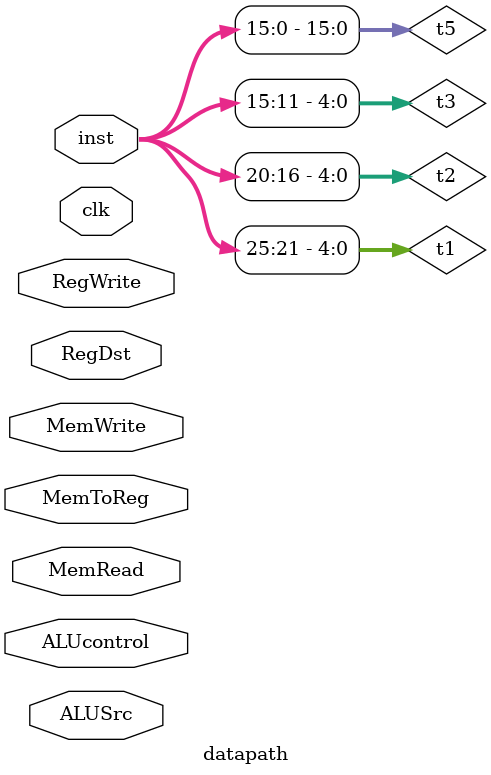
<source format=v>
module datapath(inst, RegDst, RegWrite, ALUSrc, ALUcontrol, MemWrite, MemRead, MemToReg, clk);
  input [31:0] inst;
  input RegDst, RegWrite, ALUSrc, MemWrite, MemRead, MemToReg, clk;
  input [3:0] ALUcontrol;
  wire [4:0] t1, t2, t3, m1;
  wire [15:0] t5;
  wire [31:0] d1, d2, s1, m2, d3, d4, m3;
  wire z;
  assign t1 = inst[25: 21];
  assign t2 = inst[20:16];
  assign t3 = inst[15:11];
  assign t5 = inst[15:0];
  mux5bit f0(RegDst, t2, t3, m1);
  SignExtend f1(t5, s1);
  regfile f2(.WriteData(m3), .WriteAddress(m1), .ReadWriteEn(RegWrite), .ReadAddress1(t1), .ReadAddress2(t2), .ReadData1(d1), .ReadData2(d2), .Clk(clk));
  mux f3(ALUSrc, d2, s1, m2);
  alu f4(.Op1(d1), .Op2(m2), .ALUcontrol(ALUcontrol), .ALUresult(d3), .isZero(z));
  sram f5(.clk(clk), .Address(d3), .WriteData(d2), .ReadData(d4), .WriteEn(MemWrite), .ReadEn(MemRead));
  mux f6(MemToReg, d3, d4, m3);
  
endmodule

</source>
